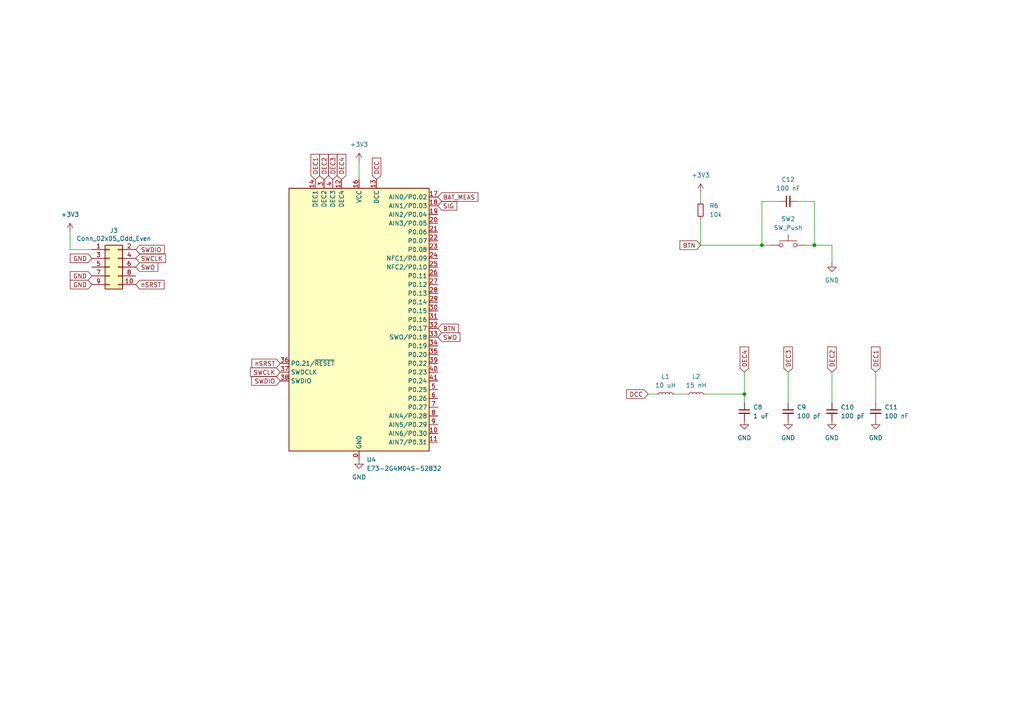
<source format=kicad_sch>
(kicad_sch (version 20231120) (generator "eeschema") (generator_version "8.0")
  (paper "A4")
  (lib_symbols
    (symbol "Connector_Generic:Conn_02x05_Odd_Even" (pin_names (offset 1.016) hide)
      (property "Reference" "J" (at 1.27 7.62 0))
      (property "Value" "Conn_02x05_Odd_Even" (at 1.27 -7.62 0))
      (symbol "Conn_02x05_Odd_Even_1_1"
        (rectangle (start -1.27 -4.953) (end 0 -5.207) (stroke (width 0.1524)))
        (rectangle (start -1.27 -2.413) (end 0 -2.667) (stroke (width 0.1524)))
        (rectangle (start -1.27 0.127) (end 0 -0.127) (stroke (width 0.1524)))
        (rectangle (start -1.27 2.667) (end 0 2.413) (stroke (width 0.1524)))
        (rectangle (start -1.27 5.207) (end 0 4.953) (stroke (width 0.1524)))
        (rectangle (start -1.27 6.35) (end 3.81 -6.35) (stroke (width 0.254)) (fill (type background)))
        (rectangle (start 3.81 -4.953) (end 2.54 -5.207) (stroke (width 0.1524)))
        (rectangle (start 3.81 -2.413) (end 2.54 -2.667) (stroke (width 0.1524)))
        (rectangle (start 3.81 0.127) (end 2.54 -0.127) (stroke (width 0.1524)))
        (rectangle (start 3.81 2.667) (end 2.54 2.413) (stroke (width 0.1524)))
        (rectangle (start 3.81 5.207) (end 2.54 4.953) (stroke (width 0.1524)))
        (pin passive line (at -5.08 5.08 0) (length 3.81) (name "Pin_1") (number "1"))
        (pin passive line (at 7.62 -5.08 180) (length 3.81) (name "Pin_10") (number "10"))
        (pin passive line (at 7.62 5.08 180) (length 3.81) (name "Pin_2") (number "2"))
        (pin passive line (at -5.08 2.54 0) (length 3.81) (name "Pin_3") (number "3"))
        (pin passive line (at 7.62 2.54 180) (length 3.81) (name "Pin_4") (number "4"))
        (pin passive line (at -5.08 0 0) (length 3.81) (name "Pin_5") (number "5"))
        (pin passive line (at 7.62 0 180) (length 3.81) (name "Pin_6") (number "6"))
        (pin passive line (at -5.08 -2.54 0) (length 3.81) (name "Pin_7") (number "7"))
        (pin passive line (at 7.62 -2.54 180) (length 3.81) (name "Pin_8") (number "8"))
        (pin passive line (at -5.08 -5.08 0) (length 3.81) (name "Pin_9") (number "9"))
      )
    )
    (symbol "Device:C_Small" (pin_numbers hide) (pin_names (offset 0.254) hide)
      (property "Reference" "C" (at 0.254 1.778 0))
      (property "Value" "C_Small" (at 0.254 -2.032 0))
      (symbol "C_Small_0_1"
        (polyline (pts (xy -1.524 -0.508) (xy 1.524 -0.508)) (stroke (width 0.3302)))
        (polyline (pts (xy -1.524 0.508) (xy 1.524 0.508)) (stroke (width 0.3048)))
      )
      (symbol "C_Small_1_1"
        (pin passive line (at 0 2.54 270) (length 2.032) (name "~") (number "1"))
        (pin passive line (at 0 -2.54 90) (length 2.032) (name "~") (number "2"))
      )
    )
    (symbol "Device:L_Small" (pin_numbers hide) (pin_names (offset 0.254) hide)
      (property "Reference" "L" (at 0.762 1.016 0))
      (property "Value" "L_Small" (at 0.762 -1.016 0))
      (symbol "L_Small_0_1"
        (arc (start 0 -2.032) (mid 0.5058 -1.524) (end 0 -1.016))
        (arc (start 0 -1.016) (mid 0.5058 -0.508) (end 0 0))
        (arc (start 0 0) (mid 0.5058 0.508) (end 0 1.016))
        (arc (start 0 1.016) (mid 0.5058 1.524) (end 0 2.032))
      )
      (symbol "L_Small_1_1"
        (pin passive line (at 0 2.54 270) (length 0.508) (name "~") (number "1"))
        (pin passive line (at 0 -2.54 90) (length 0.508) (name "~") (number "2"))
      )
    )
    (symbol "Device:R_Small" (pin_numbers hide) (pin_names (offset 0.254) hide)
      (property "Reference" "R" (at 0.762 0.508 0))
      (property "Value" "R_Small" (at 0.762 -1.016 0))
      (symbol "R_Small_0_1"
        (rectangle (start -0.762 1.778) (end 0.762 -1.778) (stroke (width 0.2032)))
      )
      (symbol "R_Small_1_1"
        (pin passive line (at 0 2.54 270) (length 0.762) (name "~") (number "1"))
        (pin passive line (at 0 -2.54 90) (length 0.762) (name "~") (number "2"))
      )
    )
    (symbol "RF_Module:E73-2G4M04S-52832"
      (property "Reference" "U" (at 0 1.27 0))
      (property "Value" "E73-2G4M04S-52832" (at 0 -1.27 0))
      (symbol "E73-2G4M04S-52832_0_1"
        (rectangle (start 20.32 38.1) (end -20.32 -38.1) (stroke (width 0.254)) (fill (type background)))
      )
      (symbol "E73-2G4M04S-52832_1_1"
        (pin power_in line (at 0 -40.64 90) (length 2.54) (name "GND") (number "0"))
        (pin passive line (at 0 -40.64 90) (length 2.54) hide (name "GND") (number "1"))
        (pin bidirectional line (at 22.86 -33.02 180) (length 2.54) (name "AIN6/P0.30") (number "10"))
        (pin bidirectional line (at 22.86 -35.56 180) (length 2.54) (name "AIN7/P0.31") (number "11"))
        (pin passive line (at -5.08 40.64 270) (length 2.54) (name "DEC4") (number "12"))
        (pin power_out line (at 5.08 40.64 270) (length 2.54) (name "DCC") (number "13"))
        (pin passive line (at -12.7 40.64 270) (length 2.54) (name "DEC1") (number "14"))
        (pin passive line (at 0 -40.64 90) (length 2.54) hide (name "GND") (number "15"))
        (pin power_in line (at 0 40.64 270) (length 2.54) (name "VCC") (number "16"))
        (pin bidirectional line (at 22.86 35.56 180) (length 2.54) (name "AIN0/P0.02") (number "17"))
        (pin bidirectional line (at 22.86 33.02 180) (length 2.54) (name "AIN1/P0.03") (number "18"))
        (pin bidirectional line (at 22.86 30.48 180) (length 2.54) (name "AIN2/P0.04") (number "19"))
        (pin passive line (at 0 -40.64 90) (length 2.54) hide (name "GND") (number "2"))
        (pin bidirectional line (at 22.86 27.94 180) (length 2.54) (name "AIN3/P0.05") (number "20"))
        (pin bidirectional line (at 22.86 25.4 180) (length 2.54) (name "P0.06") (number "21"))
        (pin bidirectional line (at 22.86 22.86 180) (length 2.54) (name "P0.07") (number "22"))
        (pin bidirectional line (at 22.86 20.32 180) (length 2.54) (name "P0.08") (number "23"))
        (pin bidirectional line (at 22.86 17.78 180) (length 2.54) (name "NFC1/P0.09") (number "24"))
        (pin bidirectional line (at 22.86 15.24 180) (length 2.54) (name "NFC2/P0.10") (number "25"))
        (pin bidirectional line (at 22.86 12.7 180) (length 2.54) (name "P0.11") (number "26"))
        (pin bidirectional line (at 22.86 10.16 180) (length 2.54) (name "P0.12") (number "27"))
        (pin bidirectional line (at 22.86 7.62 180) (length 2.54) (name "P0.13") (number "28"))
        (pin bidirectional line (at 22.86 5.08 180) (length 2.54) (name "P0.14") (number "29"))
        (pin passive line (at -10.16 40.64 270) (length 2.54) (name "DEC2") (number "3"))
        (pin bidirectional line (at 22.86 2.54 180) (length 2.54) (name "P0.15") (number "30"))
        (pin bidirectional line (at 22.86 0 180) (length 2.54) (name "P0.16") (number "31"))
        (pin bidirectional line (at 22.86 -2.54 180) (length 2.54) (name "P0.17") (number "32"))
        (pin bidirectional line (at 22.86 -5.08 180) (length 2.54) (name "SWO/P0.18") (number "33"))
        (pin bidirectional line (at 22.86 -7.62 180) (length 2.54) (name "P0.19") (number "34"))
        (pin bidirectional line (at 22.86 -10.16 180) (length 2.54) (name "P0.20") (number "35"))
        (pin bidirectional line (at -22.86 -12.7 0) (length 2.54) (name "P0.21/~{RESET}") (number "36"))
        (pin input line (at -22.86 -15.24 0) (length 2.54) (name "SWDCLK") (number "37"))
        (pin bidirectional line (at -22.86 -17.78 0) (length 2.54) (name "SWDIO") (number "38"))
        (pin bidirectional line (at 22.86 -12.7 180) (length 2.54) (name "P0.22") (number "39"))
        (pin passive line (at -7.62 40.64 270) (length 2.54) (name "DEC3") (number "4"))
        (pin bidirectional line (at 22.86 -15.24 180) (length 2.54) (name "P0.23") (number "40"))
        (pin bidirectional line (at 22.86 -17.78 180) (length 2.54) (name "P0.24") (number "41"))
        (pin passive line (at 0 -40.64 90) (length 2.54) hide (name "GND") (number "42"))
        (pin passive line (at 0 -40.64 90) (length 2.54) hide (name "GND") (number "43"))
        (pin bidirectional line (at 22.86 -20.32 180) (length 2.54) (name "P0.25") (number "5"))
        (pin bidirectional line (at 22.86 -22.86 180) (length 2.54) (name "P0.26") (number "6"))
        (pin bidirectional line (at 22.86 -25.4 180) (length 2.54) (name "P0.27") (number "7"))
        (pin bidirectional line (at 22.86 -27.94 180) (length 2.54) (name "AIN4/P0.28") (number "8"))
        (pin bidirectional line (at 22.86 -30.48 180) (length 2.54) (name "AIN5/P0.29") (number "9"))
      )
    )
    (symbol "Switch:SW_Push" (pin_numbers hide) (pin_names (offset 1.016) hide)
      (property "Reference" "SW" (at 1.27 2.54 0))
      (property "Value" "SW_Push" (at 0 -1.524 0))
      (symbol "SW_Push_0_1"
        (circle (center -2.032 0) (radius 0.508))
        (polyline (pts (xy 0 1.27) (xy 0 3.048)))
        (polyline (pts (xy 2.54 1.27) (xy -2.54 1.27)))
        (circle (center 2.032 0) (radius 0.508))
        (pin passive line (at -5.08 0 0) (length 2.54) (name "1") (number "1"))
        (pin passive line (at 5.08 0 180) (length 2.54) (name "2") (number "2"))
      )
    )
    (symbol "power:+3V3" (power) (pin_names (offset 0))
      (property "Value" "+3V3" (at 0 3.556 0))
      (symbol "+3V3_0_1"
        (polyline (pts (xy -0.762 1.27) (xy 0 2.54)))
        (polyline (pts (xy 0 0) (xy 0 2.54)))
        (polyline (pts (xy 0 2.54) (xy 0.762 1.27)))
      )
      (symbol "+3V3_1_1"
        (pin power_in line (at 0 0 90) (length 0) hide (name "+3V3") (number "1"))
      )
    )
    (symbol "power:GND" (power) (pin_numbers hide) (pin_names (offset 0) hide)
      (property "Value" "GND" (at 0 -3.81 0))
      (symbol "GND_0_1"
        (polyline (pts (xy 0 0) (xy 0 -1.27) (xy 1.27 -1.27) (xy 0 -2.54) (xy -1.27 -1.27) (xy 0 -1.27)))
      )
      (symbol "GND_1_1"
        (pin power_in line (at 0 0 270) (length 0) (name "~") (number "1"))
      )
    )
  )
  (junction (at 215.9 114.3))
  (junction (at 220.98 71.12))
  (junction (at 236.22 71.12))
  (wire (pts (xy 241.3 107.95) (xy 241.3 116.84)))
  (wire (pts (xy 226.06 58.42) (xy 220.98 58.42)))
  (wire (pts (xy 241.3 71.12) (xy 236.22 71.12)))
  (wire (pts (xy 203.2 55.88) (xy 203.2 58.42)))
  (wire (pts (xy 236.22 58.42) (xy 236.22 71.12)))
  (wire (pts (xy 231.14 58.42) (xy 236.22 58.42)))
  (wire (pts (xy 215.9 114.3) (xy 215.9 116.84)))
  (wire (pts (xy 236.22 71.12) (xy 233.68 71.12)))
  (wire (pts (xy 223.52 71.12) (xy 220.98 71.12)))
  (wire (pts (xy 203.2 63.5) (xy 203.2 71.12)))
  (wire (pts (xy 20.32 72.39) (xy 20.32 67.31)))
  (wire (pts (xy 104.14 52.07) (xy 104.14 46.99)))
  (wire (pts (xy 187.96 114.3) (xy 190.5 114.3)))
  (wire (pts (xy 204.47 114.3) (xy 215.9 114.3)))
  (wire (pts (xy 26.67 72.39) (xy 20.32 72.39)))
  (wire (pts (xy 228.6 107.95) (xy 228.6 116.84)))
  (wire (pts (xy 220.98 58.42) (xy 220.98 71.12)))
  (wire (pts (xy 254 107.95) (xy 254 116.84)))
  (wire (pts (xy 220.98 71.12) (xy 203.2 71.12)))
  (wire (pts (xy 215.9 107.95) (xy 215.9 114.3)))
  (wire (pts (xy 241.3 76.2) (xy 241.3 71.12)))
  (wire (pts (xy 195.58 114.3) (xy 199.39 114.3)))
  (global_label "GND" (shape input) (at 26.67 82.55 180) (property "Intersheetrefs" "${INTERSHEET_REFS}" (effects (hide yes))))
  (global_label "BAT_MEAS" (shape input) (at 127 57.15 0) (property "Intersheetrefs" "${INTERSHEET_REFS}" (effects (hide yes))))
  (global_label "DEC2" (shape input) (at 93.98 52.07 90) (property "Intersheetrefs" "${INTERSHEET_REFS}" (effects (hide yes))))
  (global_label "DCC" (shape input) (at 109.22 52.07 90) (property "Intersheetrefs" "${INTERSHEET_REFS}" (effects (hide yes))))
  (global_label "BTN" (shape input) (at 203.2 71.12 180) (property "Intersheetrefs" "${INTERSHEET_REFS}" (effects (hide yes))))
  (global_label "BTN" (shape input) (at 127 95.25 0) (property "Intersheetrefs" "${INTERSHEET_REFS}" (effects (hide yes))))
  (global_label "DEC3" (shape input) (at 228.6 107.95 90) (property "Intersheetrefs" "${INTERSHEET_REFS}" (effects (hide yes))))
  (global_label "SWCLK" (shape input) (at 39.37 74.93 0) (property "Intersheetrefs" "${INTERSHEET_REFS}" (effects (hide yes))))
  (global_label "SWO" (shape input) (at 39.37 77.47 0) (property "Intersheetrefs" "${INTERSHEET_REFS}" (effects (hide yes))))
  (global_label "DEC3" (shape input) (at 96.52 52.07 90) (property "Intersheetrefs" "${INTERSHEET_REFS}" (effects (hide yes))))
  (global_label "SWCLK" (shape input) (at 81.28 107.95 180) (property "Intersheetrefs" "${INTERSHEET_REFS}" (effects (hide yes))))
  (global_label "SWO" (shape input) (at 127 97.79 0) (property "Intersheetrefs" "${INTERSHEET_REFS}" (effects (hide yes))))
  (global_label "nSRST" (shape input) (at 81.28 105.41 180) (property "Intersheetrefs" "${INTERSHEET_REFS}" (effects (hide yes))))
  (global_label "DEC1" (shape input) (at 254 107.95 90) (property "Intersheetrefs" "${INTERSHEET_REFS}" (effects (hide yes))))
  (global_label "DEC4" (shape input) (at 99.06 52.07 90) (property "Intersheetrefs" "${INTERSHEET_REFS}" (effects (hide yes))))
  (global_label "SWDIO" (shape input) (at 81.28 110.49 180) (property "Intersheetrefs" "${INTERSHEET_REFS}" (effects (hide yes))))
  (global_label "SWDIO" (shape input) (at 39.37 72.39 0) (property "Intersheetrefs" "${INTERSHEET_REFS}" (effects (hide yes))))
  (global_label "DCC" (shape input) (at 187.96 114.3 180) (property "Intersheetrefs" "${INTERSHEET_REFS}" (effects (hide yes))))
  (global_label "DEC1" (shape input) (at 91.44 52.07 90) (property "Intersheetrefs" "${INTERSHEET_REFS}" (effects (hide yes))))
  (global_label "GND" (shape input) (at 26.67 74.93 180) (property "Intersheetrefs" "${INTERSHEET_REFS}" (effects (hide yes))))
  (global_label "SIG" (shape input) (at 127 59.69 0) (property "Intersheetrefs" "${INTERSHEET_REFS}" (effects (hide yes))))
  (global_label "nSRST" (shape input) (at 39.37 82.55 0) (property "Intersheetrefs" "${INTERSHEET_REFS}" (effects (hide yes))))
  (global_label "GND" (shape input) (at 26.67 80.01 180) (property "Intersheetrefs" "${INTERSHEET_REFS}" (effects (hide yes))))
  (global_label "DEC2" (shape input) (at 241.3 107.95 90) (property "Intersheetrefs" "${INTERSHEET_REFS}" (effects (hide yes))))
  (global_label "DEC4" (shape input) (at 215.9 107.95 90) (property "Intersheetrefs" "${INTERSHEET_REFS}" (effects (hide yes))))
  (symbol (lib_id "Switch:SW_Push") (at 228.6 71.12 0) (unit 1)
    (property "Reference" "SW2" (at 228.6 63.5 0))
    (property "Value" "SW_Push" (at 228.6 66.04 0))
    (property "Footprint" "AvS_Button:TS-1187" (effects (hide yes)))
    (property "Description" "Push button switch, generic, two pins" (effects (hide yes)))
  )
  (symbol (lib_id "RF_Module:E73-2G4M04S-52832") (at 104.14 92.71 0) (unit 1)
    (property "Reference" "U4" (at 106.3341 133.35 0) (effects (justify left)))
    (property "Value" "E73-2G4M04S-52832" (at 106.3341 135.89 0) (effects (justify left)))
    (property "Footprint" "RF_Module:E73-2G4M04S" (effects (hide yes)))
    (property "Datasheet" "http://www.cdebyte.com/en/downpdf.aspx?id=243" (effects (hide yes)))
    (property "Description" "nRF52832 BLE5 Module" (effects (hide yes)))
  )
  (symbol (lib_id "power:GND") (at 254 121.92 0) (unit 1)
    (property "Reference" "#PWR07" (effects (hide yes)))
    (property "Value" "GND" (at 254 127 0))
    (property "Description" "Power symbol creates a global label with name \"GND\" , ground" (effects (hide yes)))
  )
  (symbol (lib_id "power:+3V3") (at 20.32 67.31 0) (unit 1)
    (property "Reference" "#PWR09" (effects (hide yes)))
    (property "Value" "+3V3" (at 20.32 62.23 0))
  )
  (symbol (lib_id "power:+3V3") (at 104.14 46.99 0) (unit 1)
    (property "Reference" "#PWR013" (effects (hide yes)))
    (property "Value" "+3V3" (at 104.14 41.91 0))
  )
  (symbol (lib_id "power:GND") (at 104.14 133.35 0) (unit 1)
    (property "Reference" "#PWR011" (effects (hide yes)))
    (property "Value" "GND" (at 104.14 138.43 0))
    (property "Description" "Power symbol creates a global label with name \"GND\" , ground" (effects (hide yes)))
  )
  (symbol (lib_id "power:GND") (at 228.6 121.92 0) (unit 1)
    (property "Reference" "#PWR05" (effects (hide yes)))
    (property "Value" "GND" (at 228.6 127 0))
    (property "Description" "Power symbol creates a global label with name \"GND\" , ground" (effects (hide yes)))
  )
  (symbol (lib_id "Device:C_Small") (at 254 119.38 0) (unit 1)
    (property "Reference" "C11" (at 256.54 118.1162 0) (effects (justify left)))
    (property "Value" "100 nF" (at 256.54 120.6562 0) (effects (justify left)))
    (property "Footprint" "Capacitor_SMD:C_0805_2012Metric" (effects (hide yes)))
    (property "Description" "Unpolarized capacitor, small symbol" (effects (hide yes)))
  )
  (symbol (lib_id "Device:C_Small") (at 241.3 119.38 0) (unit 1)
    (property "Reference" "C10" (at 243.84 118.1162 0) (effects (justify left)))
    (property "Value" "100 pF" (at 243.84 120.6562 0) (effects (justify left)))
    (property "Footprint" "Capacitor_SMD:C_0805_2012Metric" (effects (hide yes)))
    (property "Description" "Unpolarized capacitor, small symbol" (effects (hide yes)))
  )
  (symbol (lib_id "Connector_Generic:Conn_02x05_Odd_Even") (at 31.75 77.47 0) (unit 1)
    (property "Reference" "J3" (at 33.02 66.8782 0))
    (property "Value" "Conn_02x05_Odd_Even" (at 33.02 69.1896 0))
    (property "Footprint" "Connector_PinHeader_1.27mm:PinHeader_2x05_P1.27mm_Vertical_SMD" (effects (hide yes)))
  )
  (symbol (lib_id "Device:L_Small") (at 193.04 114.3 90) (unit 1)
    (property "Reference" "L1" (at 193.04 109.22 90))
    (property "Value" "10 uH" (at 193.04 111.76 90))
    (property "Footprint" "Inductor_SMD:L_0805_2012Metric" (effects (hide yes)))
    (property "Description" "Inductor, small symbol" (effects (hide yes)))
  )
  (symbol (lib_id "power:GND") (at 241.3 76.2 0) (unit 1)
    (property "Reference" "#PWR012" (effects (hide yes)))
    (property "Value" "GND" (at 241.3 81.28 0))
    (property "Description" "Power symbol creates a global label with name \"GND\" , ground" (effects (hide yes)))
  )
  (symbol (lib_id "power:GND") (at 215.9 121.92 0) (unit 1)
    (property "Reference" "#PWR04" (effects (hide yes)))
    (property "Value" "GND" (at 215.9 127 0))
    (property "Description" "Power symbol creates a global label with name \"GND\" , ground" (effects (hide yes)))
  )
  (symbol (lib_id "Device:C_Small") (at 215.9 119.38 0) (unit 1)
    (property "Reference" "C8" (at 218.44 118.1162 0) (effects (justify left)))
    (property "Value" "1 uF" (at 218.44 120.6562 0) (effects (justify left)))
    (property "Footprint" "Capacitor_SMD:C_0805_2012Metric" (effects (hide yes)))
    (property "Description" "Unpolarized capacitor, small symbol" (effects (hide yes)))
  )
  (symbol (lib_id "Device:C_Small") (at 228.6 119.38 0) (unit 1)
    (property "Reference" "C9" (at 231.14 118.1162 0) (effects (justify left)))
    (property "Value" "100 pF" (at 231.14 120.6562 0) (effects (justify left)))
    (property "Footprint" "Capacitor_SMD:C_0805_2012Metric" (effects (hide yes)))
    (property "Description" "Unpolarized capacitor, small symbol" (effects (hide yes)))
  )
  (symbol (lib_id "Device:L_Small") (at 201.93 114.3 90) (unit 1)
    (property "Reference" "L2" (at 201.93 109.22 90))
    (property "Value" "15 nH" (at 201.93 111.76 90))
    (property "Footprint" "Inductor_SMD:L_0805_2012Metric" (effects (hide yes)))
    (property "Description" "Inductor, small symbol" (effects (hide yes)))
  )
  (symbol (lib_id "Device:C_Small") (at 228.6 58.42 90) (unit 1)
    (property "Reference" "C12" (at 228.6063 52.07 90))
    (property "Value" "100 nF" (at 228.6063 54.61 90))
    (property "Footprint" "LED_SMD:LED_0805_2012Metric" (effects (hide yes)))
    (property "Description" "Unpolarized capacitor, small symbol" (effects (hide yes)))
  )
  (symbol (lib_id "power:+3V3") (at 203.2 55.88 0) (unit 1)
    (property "Reference" "#PWR014" (effects (hide yes)))
    (property "Value" "+3V3" (at 203.2 50.8 0))
  )
  (symbol (lib_id "power:GND") (at 241.3 121.92 0) (unit 1)
    (property "Reference" "#PWR06" (effects (hide yes)))
    (property "Value" "GND" (at 241.3 127 0))
    (property "Description" "Power symbol creates a global label with name \"GND\" , ground" (effects (hide yes)))
  )
  (symbol (lib_id "Device:R_Small") (at 203.2 60.96 0) (unit 1)
    (property "Reference" "R6" (at 205.74 59.6899 0) (effects (justify left)))
    (property "Value" "10k" (at 205.74 62.2299 0) (effects (justify left)))
    (property "Footprint" "Resistor_SMD:R_0805_2012Metric" (effects (hide yes)))
    (property "Description" "Resistor, small symbol" (effects (hide yes)))
  )
)
</source>
